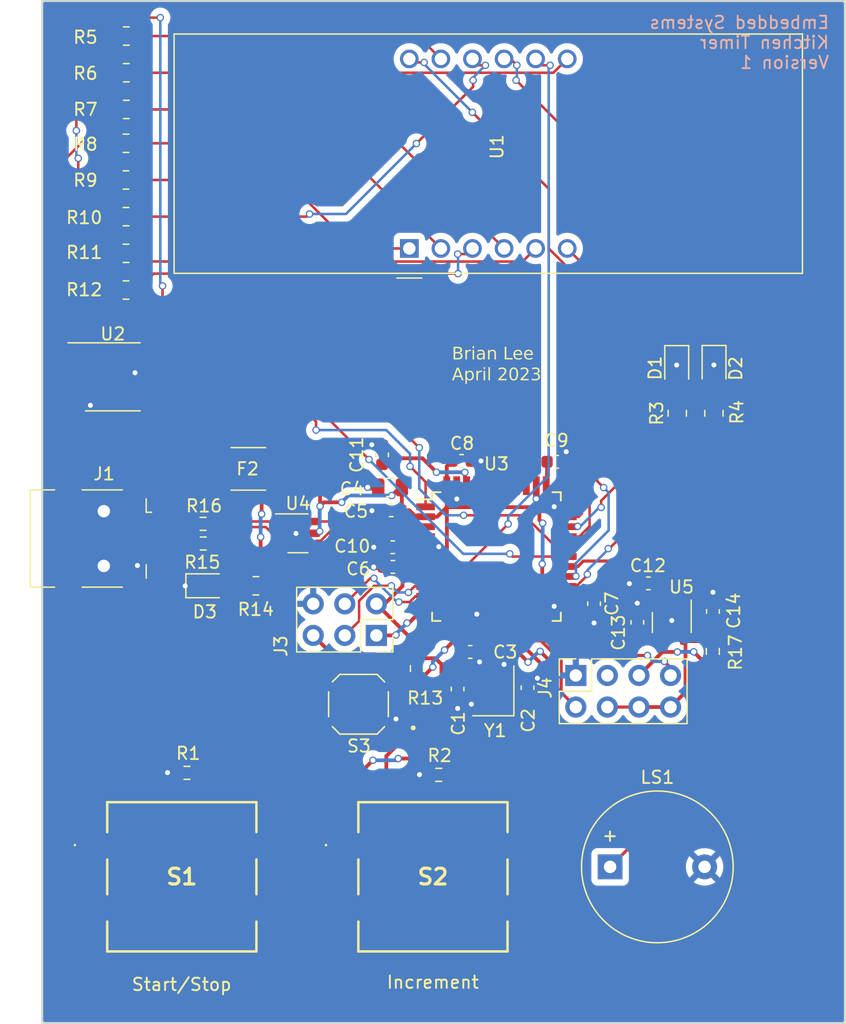
<source format=kicad_pcb>
(kicad_pcb (version 20221018) (generator pcbnew)
  (layers (0 "F.Cu" signal) (31 "B.Cu" signal) (34 "B.Paste" user) (35 "F.Paste" user) (36 "B.SilkS" user "B.Silkscreen") (37 "F.SilkS" user "F.Silkscreen") (38 "B.Mask" user) (39 "F.Mask" user) (44 "Edge.Cuts" user))
  (net 0 "")
  (net 1 "GND")
  (net 2 "Net-(D1-A)")
  (net 3 "Net-(D2-A)")
  (net 4 "Buzzer")
  (net 5 "Button_1")
  (net 6 "Button_2")
  (net 7 "RED_LED")
  (net 8 "GREEN_LED")
  (net 9 "a")
  (net 10 "Net-(U1-a)")
  (net 11 "b")
  (net 12 "Net-(U1-b)")
  (net 13 "c")
  (net 14 "Net-(U1-c)")
  (net 15 "d")
  (net 16 "Net-(U1-d)")
  (net 17 "e")
  (net 18 "Net-(U1-e)")
  (net 19 "f")
  (net 20 "Net-(U1-f)")
  (net 21 "g")
  (net 22 "Net-(U1-g)")
  (net 23 "dp")
  (net 24 "Net-(U1-DPX)")
  (net 27 "+5V")
  (net 30 "Dig4")
  (net 31 "Dig3")
  (net 32 "Dig2")
  (net 33 "Dig1")
  (net 35 "SH_CP")
  (net 36 "ST_CP")
  (net 37 "DS")
  (net 38 "XTAL2")
  (net 39 "XTAL1")
  (net 40 "RST")
  (net 41 "Net-(U5-BP)")
  (net 42 "+3.3V")
  (net 43 "Net-(J1-D-)")
  (net 45 "Net-(J1-D+)")
  (net 46 "MISO")
  (net 47 "SCK")
  (net 48 "MOSI")
  (net 49 "TX")
  (net 51 "Net-(J4-Pin_5)")
  (net 52 "RX")
  (net 54 "USB_CONN_D+")
  (net 55 "USB_CONN_D-")
  (net 56 "USB_D-")
  (net 57 "USB_D+")
  (net 64 "/UCAP")
  (net 65 "/AREF")
  (net 66 "Net-(D3-A)")
  (net 67 "Net-(J1-VBUS)")
  (net 69 "unconnected-(J1-Shield-Pad6)")
  (footprint "LED_SMD:LED_0805_2012Metric" (layer "F.Cu") (at 125.5625 102.9)
    (fp_text reference "D3")
    (fp_text value "LED")
  )
  (footprint "Resistor_SMD:R_0603_1608Metric" (layer "F.Cu") (at 125.26 97.92 180)
    (fp_text reference "R16")
    (fp_text value "22")
  )
  (footprint "Connector_PinSocket_2.54mm:PinSocket_2x03_P2.54mm_Vertical" (layer "F.Cu") (at 139.2 106.89 -90)
    (fp_text reference "J3")
    (fp_text value "AVR-ISP-6")
  )
  (footprint "Resistor_SMD:R_0805_2012Metric" (layer "F.Cu") (at 119.06 79.12)
    (fp_text reference "R12")
    (fp_text value "100")
  )
  (footprint "Capacitor_SMD:C_0603_1608Metric" (layer "F.Cu") (at 160.19 105.835 90)
    (fp_text reference "C13")
    (fp_text value "10nF")
  )
  (footprint "Package_TO_SOT_SMD:SOT-23-5" (layer "F.Cu") (at 162.96 105.85 -90)
    (fp_text reference "U5")
    (fp_text value "LP2985-3.3")
  )
  (footprint "Resistor_SMD:R_0805_2012Metric" (layer "F.Cu") (at 166.35 89.03 90)
    (fp_text reference "R4")
    (fp_text value "330")
  )
  (footprint "LED_SMD:LED_0805_2012Metric" (layer "F.Cu") (at 166.36 85.265 -90)
    (fp_text reference "D2")
    (fp_text value "LED")
  )
  (footprint "Capacitor_SMD:C_0603_1608Metric" (layer "F.Cu") (at 156.71 104.335 -90)
    (fp_text reference "C7")
    (fp_text value "0.1uF")
  )
  (footprint "Connector_PinSocket_2.54mm:PinSocket_2x04_P2.54mm_Vertical" (layer "F.Cu") (at 155.24 110.11 90)
    (fp_text reference "J4")
    (fp_text value "ESP_Conn")
  )
  (footprint "LED_SMD:LED_0805_2012Metric" (layer "F.Cu") (at 163.36 85.275 -90)
    (fp_text reference "D1")
    (fp_text value "LED")
  )
  (footprint "Resistor_SMD:R_0603_1608Metric" (layer "F.Cu") (at 142.46 109.55 -90)
    (fp_text reference "R13")
    (fp_text value "10k")
  )
  (footprint "Resistor_SMD:R_0805_2012Metric" (layer "F.Cu") (at 119.0875 58.7)
    (fp_text reference "R5")
    (fp_text value "100")
  )
  (footprint "Resistor_SMD:R_0805_2012Metric" (layer "F.Cu") (at 119.06 70.27)
    (fp_text reference "R9")
    (fp_text value "100")
  )
  (footprint "Resistor_SMD:R_0805_2012Metric" (layer "F.Cu") (at 119.06 73.22)
    (fp_text reference "R10")
    (fp_text value "100")
  )
  (footprint "Package_SO:TSSOP-16_4.4x5mm_P0.65mm" (layer "F.Cu") (at 118 86.1)
    (fp_text reference "U2")
    (fp_text value "74HC595")
  )
  (footprint "Package_QFP:TQFP-44_10x10mm_P0.8mm" (layer "F.Cu") (at 148.86 100.55)
    (fp_text reference "U3")
    (fp_text value "ATmega32U4-A")
  )
  (footprint "Capacitor_SMD:C_0603_1608Metric" (layer "F.Cu") (at 151.36 111.095 90)
    (fp_text reference "C2")
    (fp_text value "22pF")
  )
  (footprint "Resistor_SMD:R_0603_1608Metric" (layer "F.Cu") (at 166.26 108.175 -90)
    (fp_text reference "R17")
    (fp_text value "10k")
  )
  (footprint "Capacitor_SMD:C_0603_1608Metric" (layer "F.Cu") (at 139.66 92.37 90)
    (fp_text reference "C11")
    (fp_text value "0.2uF")
  )
  (footprint "Capacitor_SMD:C_0805_2012Metric" (layer "F.Cu") (at 140.3 94.99 180)
    (fp_text reference "C4")
    (fp_text value "10uF")
  )
  (footprint "Resistor_SMD:R_0805_2012Metric" (layer "F.Cu") (at 119.06 76.17)
    (fp_text reference "R11")
    (fp_text value "100")
  )
  (footprint "Capacitor_SMD:C_0603_1608Metric" (layer "F.Cu") (at 153.705 92.93)
    (fp_text reference "C9")
    (fp_text value "0.1uF")
  )
  (footprint "Resistor_SMD:R_0603_1608Metric" (layer "F.Cu") (at 123.965 117.94 180)
    (fp_text reference "R1")
    (fp_text value "10k")
  )
  (footprint "Capacitor_SMD:C_0603_1608Metric" (layer "F.Cu") (at 145.73 111.2 -90)
    (fp_text reference "C1")
    (fp_text value "22pF")
  )
  (footprint "PTS125_SMD_Button:PTS125_SMD_Button" (layer "F.Cu") (at 123.55 126.3)
    (fp_text reference "S1")
    (fp_text value "PTS125SM43SMTR21M_LFS" hide)
  )
  (footprint "PTS526_SMD_Button:PTS526_SMD_Button" (layer "F.Cu") (at 137.76 112.425 180)
    (fp_text reference "S3")
    (fp_text value "PTS526_SM08_SMTR2_LFS")
  )
  (footprint "Fuse:Fuse_1812_4532Metric" (layer "F.Cu") (at 128.9 93.5)
    (fp_text reference "F2")
    (fp_text value "PTCSMD")
  )
  (footprint "Resistor_SMD:R_0805_2012Metric" (layer "F.Cu") (at 119.0875 61.65)
    (fp_text reference "R6")
    (fp_text value "100")
  )
  (footprint "Capacitor_SMD:C_0603_1608Metric" (layer "F.Cu") (at 161.08 102.71 180)
    (fp_text reference "C12")
    (fp_text value "1uF")
  )
  (footprint "Resistor_SMD:R_0603_1608Metric" (layer "F.Cu") (at 125.275 99.5)
    (fp_text reference "R15")
    (fp_text value "22")
  )
  (footprint "Capacitor_SMD:C_0603_1608Metric" (layer "F.Cu") (at 146.06 92.86)
    (fp_text reference "C8")
    (fp_text value "0.1uF")
  )
  (footprint "Capacitor_SMD:C_0603_1608Metric" (layer "F.Cu") (at 140.53 101.38 180)
    (fp_text reference "C6")
    (fp_text value "0.1uF")
  )
  (footprint "Capacitor_SMD:C_0603_1608Metric" (layer "F.Cu") (at 166.27 104.965 90)
    (fp_text reference "C14")
    (fp_text value "2.2uF")
  )
  (footprint "Resistor_SMD:R_0805_2012Metric" (layer "F.Cu") (at 119.06 67.32)
    (fp_text reference "R8")
    (fp_text value "100")
  )
  (footprint "Capacitor_SMD:C_0603_1608Metric" (layer "F.Cu") (at 140.52 99.8 180)
    (fp_text reference "C10")
    (fp_text value "1uF")
  )
  (footprint "Resistor_SMD:R_0805_2012Metric" (layer "F.Cu") (at 129.5125 102.9 180)
    (fp_text reference "R14")
    (fp_text value "330")
  )
  (footprint "Resistor_SMD:R_0805_2012Metric" (layer "F.Cu") (at 119.0875 64.6)
    (fp_text reference "R7")
    (fp_text value "100")
  )
  (footprint "Capacitor_SMD:C_0603_1608Metric" (layer "F.Cu") (at 146.745 108.22)
    (fp_text reference "C3")
    (fp_text value "0.1uF")
  )
  (footprint "Crystal:Crystal_SMD_Abracon_ABM8G-4Pin_3.2x2.5mm" (layer "F.Cu") (at 148.61 111.35 90)
    (fp_text reference "Y1")
    (fp_text value "16MHz")
  )
  (footprint "Package_TO_SOT_SMD:SOT-23-6" (layer "F.Cu") (at 132.8925 98.68)
    (fp_text reference "U4")
    (fp_text value "USBLC6-2SC6")
  )
  (footprint "Connector_USB:USB_Mini-B_Lumberg_2486_01_Horizontal" (layer "F.Cu") (at 117.275 99.1 -90)
    (fp_text reference "J1")
    (fp_text value "USB_B_Mini")
  )
  (footprint "Display_7Segment:CA56-12EWA" (layer "F.Cu") (at 141.85 75.7775 90)
    (fp_text reference "U1")
    (fp_text value "CA56-12EWA")
  )
  (footprint "Resistor_SMD:R_0805_2012Metric" (layer "F.Cu") (at 163.4 89.03 90)
    (fp_text reference "R3")
    (fp_text value "330")
  )
  (footprint "Resistor_SMD:R_0603_1608Metric" (layer "F.Cu") (at 144.215 118.1 180)
    (fp_text reference "R2")
    (fp_text value "10k")
  )
  (footprint "PTS125_SMD_Button:PTS125_SMD_Button" (layer "F.Cu") (at 143.75 126.3)
    (fp_text reference "S2")
    (fp_text value "PTS125SM43SMTR21M_LFS" hide)
  )
  (footprint "Buzzer_Beeper:Buzzer_12x9.5RM7.6" (layer "F.Cu") (at 158 125.5)
    (fp_text reference "LS1")
    (fp_text value "Speaker")
  )
  (footprint "Capacitor_SMD:C_0603_1608Metric" (layer "F.Cu") (at 140.39 96.83 180)
    (fp_text reference "C5")
    (fp_text value "0.1uF")
  )
  (gr_rect (start 112.32 55.88) (end 176.88 138.06) (stroke (width 0.15)) (fill none) (layer "Edge.Cuts"))
  (gr_text "Embedded Systems\nKitchen Timer\nVersion 1" (at 175.7 61.41) (layer "B.SilkS") (effects (font (size 1 1)) (justify left bottom mirror)))
  (gr_text "Increment" (at 139.95 135.36) (layer "F.SilkS") (effects (font (size 1 1)) (justify left bottom)))
  (gr_text "Brian Lee\nApril 2023" (at 145.27 86.55) (layer "F.SilkS") (effects (font (size 1 1)) (justify left bottom)))
  (gr_text "Start/Stop" (at 119.44 135.54) (layer "F.SilkS") (effects (font (size 1 1)) (justify left bottom)))
  (segment (start 138.865 91.595) (end 138.83 91.56) (width 0.508) (layer "F.Cu") (net 1))
  (segment (start 145.74 112.76) (end 145.74 111.985) (width 0.508) (layer "F.Cu") (net 1))
  (segment (start 119.975 101.265) (end 119.98 101.27) (width 0.508) (layer "F.Cu") (net 1))
  (segment (start 119.986526 85.77) (end 119.995526 85.779) (width 0.508) (layer "F.Cu") (net 1))
  (segment (start 154.48 92.13) (end 154.47 92.12) (width 0.508) (layer "F.Cu") (net 1))
  (segment (start 116.2 88.39) (end 116.189 88.379) (width 0.508) (layer "F.Cu") (net 1))
  (segment (start 159.57 102.71) (end 159.55 102.73) (width 0.508) (layer "F.Cu") (net 1))
  (segment (start 160.19 104.31) (end 160.18 104.3) (width 0.508) (layer "F.Cu") (net 1))
  (segment (start 132.725 98.68) (end 132.735 98.69) (width 0.508) (layer "F.Cu") (net 1))
  (segment (start 116.189 88.379) (end 115.1375 88.379) (width 0.508) (layer "F.Cu") (net 1))
  (segment (start 152.06 94.85) (end 152.06 95.91) (width 0.508) (layer "F.Cu") (net 1))
  (segment (start 142.685 118.1) (end 142.67 118.085) (width 0.508) (layer "F.Cu") (net 1))
  (segment (start 147.26 105.2) (end 147.28 105.18) (width 0.508) (layer "F.Cu") (net 1))
  (segment (start 131.755 98.68) (end 132.725 98.68) (width 0.508) (layer "F.Cu") (net 1))
  (segment (start 119.79 85.77) (end 119.986526 85.77) (width 0.508) (layer "F.Cu") (net 1))
  (segment (start 166.36 85.1325) (end 166.35 85.1425) (width 0.508) (layer "F.Cu") (net 1))
  (segment (start 152.14 110.32) (end 152.15 110.33) (width 0.508) (layer "F.Cu") (net 1))
  (segment (start 160.19 105.06) (end 160.19 104.31) (width 0.508) (layer "F.Cu") (net 1))
  (segment (start 146.87 112.45) (end 147.76 112.45) (width 0.508) (layer "F.Cu") (net 1))
  (segment (start 146.84 112.42) (end 146.87 112.45) (width 0.508) (layer "F.Cu") (net 1))
  (segment (start 140.76 113.63) (end 140.78 113.61) (width 0.508) (layer "F.Cu") (net 1))
  (segment (start 154.48 92.93) (end 154.48 92.13) (width 0.508) (layer "F.Cu") (net 1))
  (segment (start 147.52 108.22) (end 147.52 109) (width 0.508) (layer "F.Cu") (net 1))
  (segment (start 139.615 96.83) (end 138.87 96.83) (width 0.508) (layer "F.Cu") (net 1))
  (segment (start 154.56 104.55) (end 153.5 104.55) (width 0.508) (layer "F.Cu") (net 1))
  (segment (start 145.66 95.91) (end 145.66 94.85) (width 0.508) (layer "F.Cu") (net 1))
  (segment (start 138.51 94.99) (end 138.5 94.98) (width 0.508) (layer "F.Cu") (net 1))
  (segment (start 166.36 84.3275) (end 166.36 85.1325) (width 0.508) (layer "F.Cu") (net 1))
  (segment (start 124.625 102.9) (end 123.83 102.9) (width 0.508) (layer "F.Cu") (net 1))
  (segment (start 149.46 110.25) (end 149.46 109.23) (width 0.508) (layer "F.Cu") (net 1))
  (segment (start 166.27 104.19) (end 166.27 103.42) (width 0.508) (layer "F.Cu") (net 1))
  (segment (start 151.36 110.32) (end 152.14 110.32) (width 0.508) (layer "F.Cu") (net 1))
  (segment (start 139.745 99.8) (end 138.99 99.8) (width 0.508) (layer "F.Cu") (net 1))
  (segment (start 145.74 111.985) (end 145.73 111.975) (width 0.508) (layer "F.Cu") (net 1))
  (segment (start 139.35 94.99) (end 138.51 94.99) (width 0.508) (layer "F.Cu") (net 1))
  (segment (start 123.83 102.9) (end 123.82 102.91) (width 0.508) (layer "F.Cu") (net 1))
  (segment (start 154.56 96.55) (end 153.51 96.55) (width 0.508) (layer "F.Cu") (net 1))
  (segment (start 119.975 100.7) (end 119.975 101.265) (width 0.508) (layer "F.Cu") (net 1))
  (segment (start 163.36 84.3375) (end 163.36 85.1425) (width 0.508) (layer "F.Cu") (net 1))
  (segment (start 138.87 96.83) (end 138.84 96.86) (width 0.508) (layer "F.Cu") (net 1))
  (segment (start 140.76 114.275) (end 140.76 113.63) (width 0.508) (layer "F.Cu") (net 1))
  (segment (start 143.16 99.75) (end 144.21 99.75) (width 0.508) (layer "F.Cu") (net 1))
  (segment (start 139.755 101.38) (end 138.99 101.38) (width 0.508) (layer "F.Cu") (net 1))
  (segment (start 123.14 117.94) (end 122.42 117.94) (width 0.508) (layer "F.Cu") (net 1))
  (segment (start 144.21 99.75) (end 144.22 99.76) (width 0.508) (layer "F.Cu") (net 1))
  (segment (start 146.835 92.86) (end 147.61 92.86) (width 0.508) (layer "F.Cu") (net 1))
  (segment (start 143.39 118.1) (end 142.685 118.1) (width 0.508) (layer "F.Cu") (net 1))
  (segment (start 145.67 95.92) (end 145.66 95.91) (width 0.508) (layer "F.Cu") (net 1))
  (segment (start 122.42 117.94) (end 122.4 117.92) (width 0.508) (layer "F.Cu") (net 1))
  (segment (start 147.26 106.25) (end 147.26 105.2) (width 0.508) (layer "F.Cu") (net 1))
  (segment (start 138.99 101.38) (end 138.98 101.39) (width 0.508) (layer "F.Cu") (net 1))
  (segment (start 162.96 104.7125) (end 162.96 105.69) (width 0.508) (layer "F.Cu") (net 1))
  (segment (start 156.71 105.11) (end 156.71 105.89) (width 0.508) (layer "F.Cu") (net 1))
  (segment (start 160.305 102.71) (end 159.57 102.71) (width 0.508) (layer "F.Cu") (net 1))
  (segment (start 153.51 96.55) (end 153.5 96.54) (width 0.508) (layer "F.Cu") (net 1))
  (segment (start 139.66 91.595) (end 138.865 91.595) (width 0.508) (layer "F.Cu") (net 1))
  (segment (start 163.36 85.1425) (end 163.35 85.1525) (width 0.508) (layer "F.Cu") (net 1))
  (segment (start 149.46 109.23) (end 149.47 109.22) (width 0.508) (layer "F.Cu") (net 1))
  (segment (start 147.52 109) (end 147.5 109.02) (width 0.508) (layer "F.Cu") (net 1))
  (via (at 153.5 104.55) (size 0.6) (drill 0.4) (layers "F.Cu" "B.Cu") (net 1))
  (via (at 149.47 109.22) (size 0.6) (drill 0.4) (layers "F.Cu" "B.Cu") (net 1))
  (via (at 153.5 96.54) (size 0.6) (drill 0.4) (layers "F.Cu" "B.Cu") (net 1))
  (via (at 160.18 104.3) (size 0.6) (drill 0.4) (layers "F.Cu" "B.Cu") (net 1))
  (via (at 166.35 85.1425) (size 0.6) (drill 0.4) (layers "F.Cu" "B.Cu") (net 1))
  (via (at 138.99 99.8) (size 0.6) (drill 0.4) (layers "F.Cu" "B.Cu") (net 1))
  (via (at 138.5 94.98) (size 0.6) (drill 0.4) (layers "F.Cu" "B.Cu") (net 1))
  (via (at 162.96 105.69) (size 0.6) (drill 0.4) (layers "F.Cu" "B.Cu") (net 1))
  (via (at 154.47 92.12) (size 0.6) (drill 0.4) (layers "F.Cu" "B.Cu") (net 1))
  (via (at 142.67 118.085) (size 0.6) (drill 0.4) (layers "F.Cu" "B.Cu") (net 1))
  (via (at 145.74 112.76) (size 0.6) (drill 0.4) (layers "F.Cu" "B.Cu") (net 1))
  (via (at 159.55 102.73) (size 0.6) (drill 0.4) (layers "F.Cu" "B.Cu") (net 1))
  (via (at 138.83 91.56) (size 0.6) (drill 0.4) (layers "F.Cu" "B.Cu") (net 1))
  (via (at 147.61 92.86) (size 0.6) (drill 0.4) (layers "F.Cu" "B.Cu") (net 1))
  (via (at 145.67 95.92) (size 0.6) (drill 0.4) (layers "F.Cu" "B.Cu") (net 1))
  (via (at 152.06 95.91) (size 0.6) (drill 0.4) (layers "F.Cu" "B.Cu") (net 1))
  (via (at 146.84 112.42) (size 0.6) (drill 0.4) (layers "F.Cu" "B.Cu") (net 1))
  (via (at 163.35 85.1525) (size 0.6) (drill 0.4) (layers "F.Cu" "B.Cu") (net 1))
  (via (at 132.735 98.69) (size 0.6) (drill 0.4) (layers "F.Cu" "B.Cu") (net 1))
  (via (at 119.79 85.77) (size 0.6) (drill 0.4) (layers "F.Cu" "B.Cu") (net 1))
  (via (at 119.98 101.27) (size 0.6) (drill 0.4) (layers "F.Cu" "B.Cu") (net 1))
  (via (at 156.71 105.89) (size 0.6) (drill 0.4) (layers "F.Cu" "B.Cu") (net 1))
  (via (at 138.84 96.86) (size 0.6) (drill 0.4) (layers "F.Cu" "B.Cu") (net 1))
  (via (at 122.4 117.92) (size 0.6) (drill 0.4) (layers "F.Cu" "B.Cu") (net 1))
  (via (at 138.98 101.39) (size 0.6) (drill 0.4) (layers "F.Cu" "B.Cu") (net 1))
  (via (at 140.78 113.61) (size 0.6) (drill 0.4) (layers "F.Cu" "B.Cu") (net 1))
  (via (at 116.2 88.39) (size 0.6) (drill 0.4) (layers "F.Cu" "B.Cu") (net 1))
  (via (at 147.28 105.18) (size 0.6) (drill 0.4) (layers "F.Cu" "B.Cu") (net 1))
  (via (at 152.15 110.33) (size 0.6) (drill 0.4) (layers "F.Cu" "B.Cu") (net 1))
  (via (at 123.82 102.91) (size 0.6) (drill 0.4) (layers "F.Cu" "B.Cu") (net 1))
  (via (at 147.5 109.02) (size 0.6) (drill 0.4) (layers "F.Cu" "B.Cu") (net 1))
  (via (at 166.27 103.42) (size 0.6) (drill 0.4) (layers "F.Cu" "B.Cu") (net 1))
  (via (at 144.22 99.76) (size 0.6) (drill 0.4) (layers "F.Cu" "B.Cu") (net 1))
  (segment (start 163.36 88.0775) (end 163.4 88.1175) (width 0.3048) (layer "F.Cu") (net 2))
  (segment (start 163.36 86.2125) (end 163.36 88.0775) (width 0.3048) (layer "F.Cu") (net 2))
  (segment (start 166.35 86.2125) (end 166.36 86.2025) (width 0.3048) (layer "F.Cu") (net 3))
  (segment (start 166.35 88.1175) (end 166.35 86.2125) (width 0.3048) (layer "F.Cu") (net 3))
  (segment (start 170.64 101.68) (end 169.87 100.91) (width 0.25) (layer "F.Cu") (net 4))
  (segment (start 155.405 101.35) (end 154.56 101.35) (width 0.25) (layer "F.Cu") (net 4))
  (segment (start 169.87 100.91) (end 155.845 100.91) (width 0.25) (layer "F.Cu") (net 4))
  (segment (start 155.845 100.91) (end 155.405 101.35) (width 0.25) (layer "F.Cu") (net 4))
  (segment (start 170.64 112.86) (end 170.64 101.68) (width 0.25) (layer "F.Cu") (net 4))
  (segment (start 158 125.5) (end 170.64 112.86) (width 0.25) (layer "F.Cu") (net 4))
  (segment (start 140.96 116.79) (end 148.43 116.79) (width 0.3048) (layer "F.Cu") (net 5))
  (segment (start 132.05 123.8) (end 138.92 116.93) (width 0.3048) (layer "F.Cu") (net 5))
  (segment (start 130.65 123.8) (end 124.79 117.94) (width 0.3048) (layer "F.Cu") (net 5))
  (segment (start 152.91 109.6298) (end 150.46 107.1798) (width 0.3048) (layer "F.Cu") (net 5))
  (segment (start 148.43 116.79) (end 152.91 112.31) (width 0.3048) (layer "F.Cu") (net 5))
  (segment (start 150.46 107.1798) (end 150.46 106.25) (width 0.3048) (layer "F.Cu") (net 5))
  (segment (start 130.7 123.8) (end 130.65 123.8) (width 0.3048) (layer "F.Cu") (net 5))
  (segment (start 130.7 123.8) (end 132.05 123.8) (width 0.3048) (layer "F.Cu") (net 5))
  (segment (start 152.91 112.31) (end 152.91 109.6298) (width 0.3048) (layer "F.Cu") (net 5))
  (via (at 140.96 116.79) (size 0.6) (drill 0.4) (layers "F.Cu" "B.Cu") (net 5))
  (via (at 138.92 116.93) (size 0.6) (drill 0.4) (layers "F.Cu" "B.Cu") (net 5))
  (segment (start 140.91 116.93) (end 141.05 116.79) (width 0.3048) (layer "B.Cu") (net 5))
  (segment (start 138.92 116.93) (end 140.91 116.93) (width 0.3048) (layer "B.Cu") (net 5))
  (segment (start 141.05 116.79) (end 140.96 116.79) (width 0.3048) (layer "B.Cu") (net 5))
  (segment (start 149.66 107.301726) (end 149.66 106.25) (width 0.3048) (layer "F.Cu") (net 6))
  (segment (start 150.74 123.8) (end 145.04 118.1) (width 0.3048) (layer "F.Cu") (net 6))
  (segment (start 153.42 109.217872) (end 152.376064 108.173936) (width 0.3048) (layer "F.Cu") (net 6))
  (segment (start 145.04 118.1) (end 147.833896 118.1) (width 0.3048) (layer "F.Cu") (net 6))
  (segment (start 150.9 123.8) (end 150.74 123.8) (width 0.3048) (layer "F.Cu") (net 6))
  (segment (start 151.399137 109.040863) (end 149.66 107.301726) (width 0.3048) (layer "F.Cu") (net 6))
  (segment (start 147.833896 118.1) (end 153.42 112.513896) (width 0.3048) (layer "F.Cu") (net 6))
  (segment (start 153.42 112.513896) (end 153.42 109.217872) (width 0.3048) (layer "F.Cu") (net 6))
  (via (at 151.399137 109.040863) (size 0.6) (drill 0.4) (layers "F.Cu" "B.Cu") (net 6))
  (via (at 152.376064 108.173936) (size 0.6) (drill 0.4) (layers "F.Cu" "B.Cu") (net 6))
  (segment (start 152.376064 108.173936) (end 152.266064 108.173936) (width 0.3048) (layer "B.Cu") (net 6))
  (segment (start 152.266064 108.173936) (end 151.399137 109.040863) (width 0.3048) (layer "B.Cu") (net 6))
  (segment (start 157.28 96.0625) (end 163.4 89.9425) (width 0.2032) (layer "F.Cu") (net 7))
  (segment (start 154.56 98.15) (end 155.35947 98.15) (width 0.2032) (layer "F.Cu") (net 7))
  (segment (start 157.28 96.6) (end 157.28 96.0625) (width 0.2032) (layer "F.Cu") (net 7))
  (segment (start 155.35947 98.15) (end 155.391694 98.117776) (width 0.2032) (layer "F.Cu") (net 7))
  (via (at 157.28 96.6) (size 0.6) (drill 0.4) (layers "F.Cu" "B.Cu") (net 7))
  (via (at 155.391694 98.117776) (size 0.6) (drill 0.4) (layers "F.Cu" "B.Cu") (net 7))
  (segment (start 157.13 96.6) (end 157.28 96.6) (width 0.2032) (layer "B.Cu") (net 7))
  (segment (start 155.391694 98.117776) (end 155.612224 98.117776) (width 0.2032) (layer "B.Cu") (net 7))
  (segment (start 155.612224 98.117776) (end 157.13 96.6) (width 0.2032) (layer "B.Cu") (net 7))
  (segment (start 157.930791 99.91) (end 166.35 91.490791) (width 0.2032) (layer "F.Cu") (net 8))
  (segment (start 157.85 99.91) (end 157.930791 99.91) (width 0.2032) (layer "F.Cu") (net 8))
  (segment (start 156.166823 102.058177) (end 156.166823 101.9745) (width 0.2032) (layer "F.Cu") (net 8))
  (segment (start 166.35 91.490791) (end 166.35 89.9425) (width 0.2032) (layer "F.Cu") (net 8))
  (segment (start 154.56 102.95) (end 155.275 102.95) (width 0.2032) (layer "F.Cu") (net 8))
  (segment (start 155.275 102.95) (end 156.166823 102.058177) (width 0.2032) (layer "F.Cu") (net 8))
  (via (at 157.85 99.91) (size 0.6) (drill 0.4) (layers "F.Cu" "B.Cu") (net 8))
  (via (at 156.166823 101.9745) (size 0.6) (drill 0.4) (layers "F.Cu" "B.Cu") (net 8))
  (segment (start 156.166823 101.653177) (end 157.85 99.97) (width 0.2032) (layer "B.Cu") (net 8))
  (segment (start 157.85 99.97) (end 157.85 99.91) (width 0.2032) (layer "B.Cu") (net 8))
  (segment (start 156.166823 101.9745) (end 156.166823 101.653177) (width 0.2032) (layer "B.Cu") (net 8))
  (segment (start 119.655 57.22) (end 121.82 57.22) (width 0.2032) (layer "F.Cu") (net 9))
  (segment (start 122 78.79) (end 122 84.18) (width 0.2032) (layer "F.Cu") (net 9))
  (segment (start 118.175 58.7) (end 119.655 57.22) (width 0.2032) (layer "F.Cu") (net 9))
  (segment (start 122 84.18) (end 121.705 84.475) (width 0.2032) (layer "F.Cu") (net 9))
  (segment (start 121.705 84.475) (end 120.8625 84.475) (width 0.2032) (layer "F.Cu") (net 9))
  (via (at 122 78.79) (size 0.6) (drill 0.4) (layers "F.Cu" "B.Cu") (net 9))
  (via (at 121.82 57.22) (size 0.6) (drill 0.4) (layers "F.Cu" "B.Cu") (net 9))
  (segment (start 121.82 78.61) (end 122 78.79) (width 0.2032) (layer "B.Cu") (net 9))
  (segment (start 121.82 57.22) (end 121.82 78.61) (width 0.2032) (layer "B.Cu") (net 9))
  (segment (start 120 58.7) (end 142.5525 58.7) (width 0.2032) (layer "F.Cu") (net 10))
  (segment (start 142.5525 58.7) (end 144.39 60.5375) (width 0.2032) (layer "F.Cu") (net 10))
  (segment (start 115.22 68.53) (end 115.22 83.7425) (width 0.2032) (layer "F.Cu") (net 11))
  (segment (start 115.067458 64.757542) (end 118.175 61.65) (width 0.2032) (layer "F.Cu") (net 11))
  (segment (start 115.067458 66.3) (end 115.067458 64.757542) (width 0.2032) (layer "F.Cu") (net 11))
  (segment (start 115.22 83.7425) (end 115.1375 83.825) (width 0.2032) (layer "F.Cu") (net 11))
  (via (at 115.067458 66.3) (size 0.6) (drill 0.4) (layers "F.Cu" "B.Cu") (net 11))
  (via (at 115.22 68.53) (size 0.6) (drill 0.4) (layers "F.Cu" "B.Cu") (net 11))
  (segment (start 115.067458 66.3) (end 115.067458 68.377458) (width 0.2032) (layer "B.Cu") (net 11))
  (segment (start 115.067458 68.377458) (end 115.22 68.53) (width 0.2032) (layer "B.Cu") (net 11))
  (segment (start 153.4375 61.65) (end 154.55 60.5375) (width 0.2032) (layer "F.Cu") (net 12))
  (segment (start 120 61.65) (end 153.4375 61.65) (width 0.2032) (layer "F.Cu") (net 12))
  (segment (start 118.175 64.6) (end 113.86 68.915) (width 0.2032) (layer "F.Cu") (net 13))
  (segment (start 113.86 68.915) (end 113.86 84.08) (width 0.2032) (layer "F.Cu") (net 13))
  (segment (start 113.86 84.08) (end 114.255 84.475) (width 0.2032) (layer "F.Cu") (net 13))
  (segment (start 114.255 84.475) (end 115.1375 84.475) (width 0.2032) (layer "F.Cu") (net 13))
  (segment (start 138.2925 64.6) (end 149.47 75.7775) (width 0.2032) (layer "F.Cu") (net 14))
  (segment (start 120 64.6) (end 138.2925 64.6) (width 0.2032) (layer "F.Cu") (net 14))
  (segment (start 116.5347 84.383248) (end 115.792948 85.125) (width 0.2032) (layer "F.Cu") (net 15))
  (segment (start 118.1475 67.32) (end 116.1238 69.3437) (width 0.2032) (layer "F.Cu") (net 15))
  (segment (start 116.5347 80.71041) (end 116.5347 84.383248) (width 0.2032) (layer "F.Cu") (net 15))
  (segment (start 115.792948 85.125) (end 115.1375 85.125) (width 0.2032) (layer "F.Cu") (net 15))
  (segment (start 116.1238 80.29951) (end 116.5347 80.71041) (width 0.2032) (layer "F.Cu") (net 15))
  (segment (start 116.1238 69.3437) (end 116.1238 80.29951) (width 0.2032) (layer "F.Cu") (net 15))
  (segment (start 119.9725 67.32) (end 135.9325 67.32) (width 0.2032) (layer "F.Cu") (net 16))
  (segment (start 135.9325 67.32) (end 144.39 75.7775) (width 0.2032) (layer "F.Cu") (net 16))
  (segment (start 118.1475 70.27) (end 116.527 71.8905) (width 0.2032) (layer "F.Cu") (net 17))
  (segment (start 116.527 80.1325) (end 116.9379 80.5434) (width 0.2032) (layer "F.Cu") (net 17))
  (segment (start 116.9379 80.5434) (end 116.9379 84.6321) (width 0.2032) (layer "F.Cu") (net 17))
  (segment (start 116.9379 84.6321) (end 115.795 85.775) (width 0.2032) (layer "F.Cu") (net 17))
  (segment (start 115.795 85.775) (end 115.1375 85.775) (width 0.2032) (layer "F.Cu") (net 17))
  (segment (start 116.527 71.8905) (end 116.527 80.1325) (width 0.2032) (layer "F.Cu") (net 17))
  (segment (start 137.4475 75.7775) (end 141.85 75.7775) (width 0.2032) (layer "F.Cu") (net 18))
  (segment (start 119.9725 70.27) (end 131.94 70.27) (width 0.2032) (layer "F.Cu") (net 18))
  (segment (start 131.94 70.27) (end 137.4475 75.7775) (width 0.2032) (layer "F.Cu") (net 18))
  (segment (start 116.9302 79.96549) (end 117.3411 80.37639) (width 0.2032) (layer "F.Cu") (net 19))
  (segment (start 116.9302 74.4373) (end 116.9302 79.96549) (width 0.2032) (layer "F.Cu") (net 19))
  (segment (start 117.3411 80.37639) (end 117.3411 84.95869) (width 0.2032) (layer "F.Cu") (net 19))
  (segment (start 117.3411 84.95869) (end 115.87479 86.425) (width 0.2032) (layer "F.Cu") (net 19))
  (segment (start 115.87479 86.425) (end 115.1375 86.425) (width 0.2032) (layer "F.Cu") (net 19))
  (segment (start 118.1475 73.22) (end 116.9302 74.4373) (width 0.2032) (layer "F.Cu") (net 19))
  (segment (start 147.4414 61.0489) (end 146.93 60.5375) (width 0.2032) (layer "F.Cu") (net 20))
  (segment (start 119.9725 73.22) (end 133.61 73.22) (width 0.2032) (layer "F.Cu") (net 20))
  (segment (start 146.98 62.78) (end 146.98 62.2511) (width 0.2032) (layer "F.Cu") (net 20))
  (segment (start 147.97 61.0489) (end 147.4414 61.0489) (width 0.2032) (layer "F.Cu") (net 20))
  (segment (start 133.61 73.22) (end 133.824958 73.005042) (width 0.2032) (layer "F.Cu") (net 20))
  (segment (start 146.93 62.83) (end 146.98 62.78) (width 0.2032) (layer "F.Cu") (net 20))
  (segment (start 142.42 67.34) (end 146.93 62.83) (width 0.2032) (layer "F.Cu") (net 20))
  (via (at 142.42 67.34) (size 0.6) (drill 0.4) (layers "F.Cu" "B.Cu") (net 20))
  (via (at 147.97 61.0489) (size 0.6) (drill 0.4) (layers "F.Cu" "B.Cu") (net 20))
  (via (at 133.824958 73.005042) (size 0.6) (drill 0.4) (layers "F.Cu" "B.Cu") (net 20))
  (via (at 146.98 62.2511) (size 0.6) (drill 0.4) (layers "F.Cu" "B.Cu") (net 20))
  (segment (start 146.98 62.0389) (end 147.97 61.0489) (width 0.2032) (layer "B.Cu") (net 20))
  (segment (start 133.824958 73.005042) (end 136.754958 73.005042) (width 0.2032) (layer "B.Cu") (net 20))
  (segment (start 146.98 62.2511) (end 146.98 62.0389) (width 0.2032) (layer "B.Cu") (net 20))
  (segment (start 136.754958 73.005042) (end 142.42 67.34) (width 0.2032) (layer "B.Cu") (net 20))
  (segment (start 117.7443 85.1257) (end 115.795 87.075) (width 0.2032) (layer "F.Cu") (net 21))
  (segment (start 115.795 87.075) (end 115.1375 87.075) (width 0.2032) (layer "F.Cu") (net 21))
  (segment (start 117.3334 76.9841) (end 117.3334 79.79848) (width 0.2032) (layer "F.Cu") (net 21))
  (segment (start 117.7443 80.20938) (end 117.7443 85.1257) (width 0.2032) (layer "F.Cu") (net 21))
  (segment (start 117.3334 79.79848) (end 117.7443 80.20938) (width 0.2032) (layer "F.Cu") (net 21))
  (segment (start 118.1475 76.17) (end 117.3334 76.9841) (width 0.2032) (layer "F.Cu") (net 21))
  (segment (start 150.9584 76.8291) (end 152.01 75.7775) (width 0.2032) (layer "F.Cu") (net 22))
  (segment (start 122.1391 76.8291) (end 150.9584 76.8291) (width 0.2032) (layer "F.Cu") (net 22))
  (segment (start 122.13 76.82) (end 122.1391 76.8291) (width 0.2032) (layer "F.Cu") (net 22))
  (segment (start 119.9725 76.17) (end 120.6225 76.82) (width 0.2032) (layer "F.Cu") (net 22))
  (segment (start 120.6225 76.82) (end 122.13 76.82) (width 0.2032) (layer "F.Cu") (net 22))
  (segment (start 118.1475 85.591709) (end 116.014209 87.725) (width 0.2032) (layer "F.Cu") (net 23))
  (segment (start 118.1475 79.12) (end 118.1475 85.591709) (width 0.2032) (layer "F.Cu") (net 23))
  (segment (start 116.014209 87.725) (end 115.1375 87.725) (width 0.2032) (layer "F.Cu") (net 23))
  (segment (start 119.9725 79.12) (end 121.2925 77.8) (width 0.2032) (layer "F.Cu") (net 24))
  (segment (start 121.2925 77.8) (end 145.77 77.8) (width 0.2032) (layer "F.Cu") (net 24))
  (segment (start 146.4795 76.228) (end 146.93 75.7775) (width 0.2032) (layer "F.Cu") (net 24))
  (segment (start 145.74 76.228) (end 146.4795 76.228) (width 0.2032) (layer "F.Cu") (net 24))
  (via (at 145.77 77.8) (size 0.6) (drill 0.4) (layers "F.Cu" "B.Cu") (net 24))
  (via (at 145.74 76.228) (size 0.6) (drill 0.4) (layers "F.Cu" "B.Cu") (net 24))
  (segment (start 145.77 76.258) (end 145.74 76.228) (width 0.2032) (layer "B.Cu") (net 24))
  (segment (start 145.77 77.8) (end 145.77 76.258) (width 0.2032) (layer "B.Cu") (net 24))
  (segment (start 140 125.4) (end 136.6 128.8) (width 0.3048) (layer "F.Cu") (net 27))
  (segment (start 120.13521 87.725) (end 119.1376 86.72739) (width 0.3048) (layer "F.Cu") (net 27))
  (segment (start 161.855 103.59) (end 163.171751 103.59) (width 0.3048) (layer "F.Cu") (net 27))
  (segment (start 145.97 108.22) (end 144.982633 109.207367) (width 0.3048) (layer "F.Cu") (net 27))
  (segment (start 144.8724 100.5674) (end 144.0898 101.35) (width 0.3048) (layer "F.Cu") (net 27))
  (segment (start 144.0898 101.35) (end 143.16 101.35) (width 0.3048) (layer "F.Cu") (net 27))
  (segment (start 125.31239 91.4476) (end 121.58979 87.725) (width 0.3048) (layer "F.Cu") (net 27))
  (segment (start 141.25 94.99) (end 141.25 96.745) (width 0.3048) (layer "F.Cu") (net 27))
  (segment (start 121.58979 87.725) (end 120.8625 87.725) (width 0.3048) (layer "F.Cu") (net 27))
  (segment (start 161.855 102.71) (end 161.855 103.59) (width 0.3048) (layer "F.Cu") (net 27))
  (segment (start 152.54 101.1511) (end 152.54 102.6598) (width 0.3048) (layer "F.Cu") (net 27))
  (segment (start 152.93 94.78) (end 152.86 94.85) (width 0.3048) (layer "F.Cu") (net 27))
  (segment (start 161.855 103.59) (end 161.855 104.5575) (width 0.3048) (layer "F.Cu") (net 27))
  (segment (start 152.93 92.93) (end 152.93 94.78) (width 0.3048) (layer "F.Cu") (net 27))
  (segment (start 144.86 96.5798) (end 144.0898 97.35) (width 0.3048) (layer "F.Cu") (net 27))
  (segment (start 152.86 96.032633) (end 152.86 94.85) (width 0.3048) (layer "F.Cu") (net 27))
  (segment (start 142.46 107.61) (end 139.2 104.35) (width 0.3048) (layer "F.Cu") (net 27))
  (segment (start 120.085 83.825) (end 120.8625 83.825) (width 0.3048) (layer "F.Cu") (net 27))
  (segment (start 144.8724 96.5922) (end 144.8724 100.5674) (width 0.3048) (layer "F.Cu") (net 27))
  (segment (start 144.86 93.285) (end 144.86 94.85) (width 0.3048) (layer "F.Cu") (net 27))
  (segment (start 142.36979 97.35) (end 143.16 97.35) (width 0.3048) (layer "F.Cu") (net 27))
  (segment (start 141.25 96.745) (end 141.165 96.83) (width 0.3048) (layer "F.Cu") (net 27))
  (segment (start 140 116.5898) (end 140 125.4) (width 0.3048) (layer "F.Cu") (net 27))
  (segment (start 141.84979 96.83) (end 142.36979 97.35) (width 0.3048) (layer "F.Cu") (net 27))
  (segment (start 163.91 104.7125) (end 163.91 104.328249) (width 0.25) (layer "F.Cu") (net 27))
  (segment (start 134.67 96.5) (end 134.67 93.55) (width 0.3048) (layer "F.Cu") (net 27))
  (segment (start 129.97 94.5675) (end 131.0375 93.5) (width 0.3048) (layer "F.Cu") (net 27))
  (segment (start 130.425 102.9) (end 129.89 102.365) (width 0.3048) (layer "F.Cu") (net 27))
  (segment (start 141.25 94.99) (end 141.09 94.99) (width 0.3048) (layer "F.Cu") (net 27))
  (segment (start 161.855 104.5575) (end 162.01 104.7125) (width 0.3048) (layer "F.Cu") (net 27))
  (segment (start 144.86 94.85) (end 144.86 96.5798) (width 0.3048) (layer "F.Cu") (net 27))
  (segment (start 135.62 132.44) (end 136.6 131.46) (width 0.25) (layer "F.Cu") (net 27))
  (segment (start 131.0375 93.5) (end 134.62 93.5) (width 0.3048) (layer "F.Cu") (net 27))
  (segment (start 145.285 92.86) (end 144.86 93.285) (width 0.3048) (layer "F.Cu") (net 27))
  (segment (start 144.43 109.207367) (end 144.43 112.1598) (width 0.3048) (layer "F.Cu") (net 27))
  (segment (start 120.04 132.44) (end 135.62 132.44) (width 0.25) (layer "F.Cu") (net 27))
  (segment (start 129.89 102.365) (end 129.89 98.98) (width 0.3048) (layer "F.Cu") (net 27))
  (segment (start 163.91 104.289499) (end 163.91 104.7125) (width 0.3048) (layer "F.Cu") (net 27))
  (segment (start 125.31239 91.4476) (end 128.9851 91.4476) (width 0.3048) (layer "F.Cu") (net 27))
  (segment (start 156.71 103.56) (end 161.825 103.56) (width 0.3048) (layer "F.Cu") (net 27))
  (segment (start 134.67 93.55) (end 134.62 93.5) (width 0.3048) (layer "F.Cu") (net 27))
  (segment (start 141.09 94.99) (end 140.44 95.64) (width 0.3048) (layer "F.Cu") (net 27))
  (segment (start 156.52 103.75) (end 156.71 103.56) (width 0.3048) (layer "F.Cu") (net 27))
  (segment (start 146.46 107.73) (end 146.46 106.25) (width 0.3048) (layer "F.Cu") (net 27))
  (segment (start 144.43 112.1598) (end 140 116.5898) (width 0.3048) (layer "F.Cu") (net 27))
  (segment (start 136.41 96.19) (end 134.98 96.19) (width 0.3048) (layer "F.Cu") (net 27))
  (segment (start 152.312833 96.5798) (end 152.312833 97.605949) (width 0.3048) (layer "F.Cu") (net 27))
  (segment (start 134.98 96.19) (end 134.67 96.5) (width 0.3048) (layer "F.Cu") (net 27))
  (segment (start 128.9851 91.4476) (end 131.0375 93.5) (width 0.3048) (layer "F.Cu") (net 27))
  (segment (start 142.46 108.725) (end 143.947633 108.725) (width 0.3048) (layer "F.Cu") (net 27))
  (segment (start 134.481074 98.68) (end 134.638744 98.52233) (width 0.3048) (layer "F.Cu") (net 27))
  (segment (start 162.01 104.7125) (end 162.01 104.565) (width 0.3048) (layer "F.Cu") (net 27))
  (segment (start 119.1376 86.72739) (end 119.1376 84.7724) (width 0.3048) (layer "F.Cu") (net 27))
  (segment (start 163.91 104.328249) (end 163.306751 103.725) (width 0.25) (layer "F.Cu") (net 27))
  (segment (start 143.947633 108.725) (end 144.43 109.207367) (width 0.3048) (layer "F.Cu") (net 27))
  (segment (start 145.97 108.22) (end 146.46 107.73) (width 0.3048) (layer "F.Cu") (net 27))
  (segment (start 141.305 101.38) (end 141.305 102.917633) (width 0.3048) (layer "F.Cu") (net 27))
  (segment (start 152.312833 97.605949) (end 152.573442 97.866558) (width 0.3048) (layer "F.Cu") (net 27))
  (segment (start 119.1376 84.7724) (end 120.085 83.825) (width 0.3048) (layer "F.Cu") (net 27))
  (segment (start 152.54 102.6598) (end 153.6302 103.75) (width 0.3048) (layer "F.Cu") (net 27))
  (segment (start 116.4 128.8) (end 120.04 132.44) (width 0.25) (layer "F.Cu") (net 27))
  (segment (start 142.46 108.725) (end 142.46 107.61) (width 0.3048) (layer "F.Cu") (net 27))
  (segment (start 143.13 101.38) (end 143.16 101.35) (width 0.3048) (layer "F.Cu") (net 27))
  (segment (start 141.165 96.83) (end 141.84979 96.83) (width 0.3048) (layer "F.Cu") (net 27))
  (segment (start 154.56 103.75) (end 156.52 103.75) (width 0.3048) (layer "F.Cu") (net 27))
  (segment (start 134.03 98.68) (end 134.481074 98.68) (width 0.3048) (layer "F.Cu") (net 27))
  (segment (start 120.8625 87.725) (end 120.13521 87.725) (width 0.3048) (layer "F.Cu") (net 27))
  (segment (start 152.312833 96.5798) (end 152.86 96.032633) (width 0.3048) (layer "F.Cu") (net 27))
  (segment (start 141.305 102.917633) (end 139.872633 104.35) (width 0.3048) (layer "F.Cu") (net 27))
  (segment (start 161.825 103.56) (end 161.855 103.59) (width 0.3048) (layer "F.Cu") (net 27))
  (segment (start 144.86 96.5798) (end 144.8724 96.5922) (width 0.3048) (layer "F.Cu") (net 27))
  (segment (start 144.0898 97.35) (end 143.16 97.35) (width 0.3048) (layer "F.Cu") (net 27))
  (segment (start 163.171751 103.59) (end 163.306751 103.725) (width 0.3048) (layer "F.Cu") (net 27))
  (segment (start 141.305 101.38) (end 143.13 101.38) (width 0.3048) (layer "F.Cu") (net 27))
  (segment (start 144.982633 109.207367) (end 144.43 109.207367) (width 0.3048) (layer "F.Cu") (net 27))
  (segment (start 129.97 97.1305) (end 129.97 94.5675) (width 0.3048) (layer "F.Cu") (net 27))
  (segment (start 139.872633 104.35) (end 139.2 104.35) (width 0.3048) (layer "F.Cu") (net 27))
  (segment (start 136.6 131.46) (end 136.6 128.8) (width 0.25) (layer "F.Cu") (net 27))
  (segment (start 144.86 96.5798) (end 152.312833 96.5798) (width 0.3048) (layer "F.Cu") (net 27))
  (segment (start 153.6302 103.75) (end 154.56 103.75) (width 0.3048) (layer "F.Cu") (net 27))
  (via (at 129.97 97.1305) (size 0.6) (drill 0.4) (layers "F.Cu" "B.Cu") (net 27))
  (via (at 152.54 101.1511) (size 0.6) (drill 0.4) (layers "F.Cu" "B.Cu") (net 27))
  (via (at 140.44 95.64) (size 0.6) (drill 0.4) (layers "F.Cu" "B.Cu") (net 27))
  (via (at 152.573442 97.866558) (size 0.6) (drill 0.4) (layers "F.Cu" "B.Cu") (net 27))
  (via (at 134.67 96.5) (size 0.6) (drill 0.4) (layers "F.Cu" "B.Cu") (net 27))
  (via (at 134.638744 98.52233) (size 0.6) (drill 0.4) (layers "F.Cu" "B.Cu") (net 27))
  (via (at 136.41 96.19) (size 0.6) (drill 0.4) (layers "F.Cu" "B.Cu") (net 27))
  (via (at 129.89 98.98) (size 0.6) (drill 0.4) (layers "F.Cu" "B.Cu") (net 27))
  (segment (start 134.638744 98.52233) (end 134.638744 96.531256) (width 0.3048) (layer "B.Cu") (net 27))
  (segment (start 136.96 95.64) (end 136.41 96.19) (width 0.3048) (layer "B.Cu") (net 27))
  (segment (start 140.44 95.64) (end 136.96 95.64) (width 0.3048) (layer "B.Cu") (net 27))
  (segment (start 152.573442 97.866558) (end 152.573442 101.117658) (width 0.3048) (layer "B.Cu") (net 27))
  (segment (start 152.573442 101.117658) (end 152.54 101.1511) (width 0.3048) (layer "B.Cu") (net 27))
  (segment (start 129.89 98.98) (end 129.89 97.2105) (width 0.3048) (layer "B.Cu") (net 27))
  (segment (start 129.89 97.2105) (end 129.97 97.1305) (width 0.3048) (layer "B.Cu") (net 27))
  (segment (start 134.638744 96.531256) (end 134.67 96.5) (width 0.3048) (layer "B.Cu") (net 27))
  (segment (start 156.35 77.5775) (end 156.35 98.1132) (width 0.2032) (layer "F.Cu") (net 30))
  (segment (start 154.55 75.7775) (end 156.35 77.5775) (width 0.2032) (layer "F.Cu") (net 30))
  (segment (start 155.5132 98.95) (end 154.56 98.95) (width 0.2032) (layer "F.Cu") (net 30))
  (segment (start 156.35 98.1132) (end 155.5132 98.95) (width 0.2032) (layer "F.Cu") (net 30))
  (segment (start 149.8 97.93) (end 144.86 102.87) (width 0.2032) (layer "F.Cu") (net 31))
  (segment (start 144.86 102.87) (end 144.86 106.25) (width 0.2032) (layer "F.Cu") (net 31))
  (segment (start 152.5214 61.0489) (end 152.01 60.5375) (width 0.2032) (layer "F.Cu") (net 31))
  (segment (start 153.168708 61.0489) (end 152.5214 61.0489) (width 0.2032) (layer "F.Cu") (net 31))
  (via (at 149.8 97.93) (size 0.6) (drill 0.4) (layers "F.Cu" "B.Cu") (net 31))
  (via (at 153.168708 61.0489) (size 0.6) (drill 0.4) (layers "F.Cu" "B.Cu") (net 31))
  (segment (start 153.0616 94.057609) (end 149.8 97.319209) (width 0.2032) (layer "B.Cu") (net 31))
  (segment (start 153.168708 61.0489) (end 153.0616 61.156008) (width 0.2032) (layer "B.Cu") (net 31))
  (segment (start 153.0616 61.156008) (end 153.0616 94.057609) (width 0.2032) (layer "B.Cu") (net 31))
  (segment (start 149.8 97.319209) (end 149.8 97.93) (width 0.2032) (layer "B.Cu") (net 31))
  (segment (start 155.250415 102.124501) (end 154.585499 102.124501) (width 0.2032) (layer "F.Cu") (net 32))
  (segment (start 156.9516 94.4716) (end 157.48 95) (width 0.2032) (layer "F.Cu") (net 32))
  (segment (start 149.9886 60.5375) (end 150.5 61.0489) (width 0.2032) (layer "F.Cu") (net 32))
  (segment (start 149.47 60.5375) (end 149.9886 60.5375) (width 0.2032) (layer "F.Cu") (net 32))
  (segment (start 154.585499 102.124501) (end 154.56 102.15) (width 0.2032) (layer "F.Cu") (net 32))
  (segment (start 150.44 62.2511) (end 156.9516 68.7627) (width 0.2032) (layer "F.Cu") (net 32))
  (segment (start 156.9516 68.7627) (end 156.9516 94.4716) (width 0.2032) (layer "F.Cu") (net 32))
  (via (at 150.44 62.2511) (size 0.6) (drill 0.4) (layers "F.Cu" "B.Cu") (net 32))
  (via (at 155.250415 102.124501) (size 0.6) (drill 0.4) (layers "F.Cu" "B.Cu") (net 32))
  (via (at 157.48 95) (size 0.6) (drill 0.4) (layers "F.Cu" "B.Cu") (net 32))
  (via (at 150.5 61.0489) (size 0.6) (drill 0.4) (layers "F.Cu" "B.Cu") (net 32))
  (segment (start 155.250416 101.084083) (end 155.250415 102.124501) (width 0.2032) (layer "B.Cu") (net 32))
  (segment (start 150.5 61.0489) (end 150.5 62.1911) (width 0.2032) (layer "B.Cu") (net 32))
  (segment (start 157.48 95) (end 157.8816 95.4016) (width 0.2032) (layer "B.Cu") (net 32))
  (segment (start 157.8816 95.4016) (end 157.8816 98.452899) (width 0.2032) (layer "B.Cu") (net 32))
  (segment (start 150.5 62.1911) (end 150.44 62.2511) (width 0.2032) (layer "B.Cu") (net 32))
  (segment (start 157.8816 98.452899) (end 155.250416 101.084083) (width 0.2032) (layer "B.Cu") (net 32))
  (segment (start 155.727657 78.442344) (end 153.0616 75.776287) (width 0.2032) (layer "F.Cu") (net 33))
  (segment (start 155.727657 97.101972) (end 155.727657 78.442344) (width 0.2032) (layer "F.Cu") (net 33))
  (segment (start 142.1325 60.82) (end 141.85 60.5375) (width 0.2032) (layer "F.Cu") (net 33))
  (segment (start 154.56 97.35) (end 155.479629 97.35) (width 0.2032) (layer "F.Cu") (net 33))
  (segment (start 153.0616 70.9716) (end 146.92 64.83) (width 0.2032) (layer "F.Cu") (net 33))
  (segment (start 155.479629 97.35) (end 155.727657 97.101972) (width 0.2032) (layer "F.Cu") (net 33))
  (segment (start 143.04 60.82) (end 142.1325 60.82) (width 0.2032) (layer "F.Cu") (net 33))
  (segment (start 153.0616 75.776287) (end 153.0616 70.9716) (width 0.2032) (layer "F.Cu") (net 33))
  (via (at 146.92 64.83) (size 0.6) (drill 0.4) (layers "F.Cu" "B.Cu") (net 33))
  (via (at 143.04 60.82) (size 0.6) (drill 0.4) (layers "F.Cu" "B.Cu") (net 33))
  (segment (start 143.04 60.95) (end 143.04 60.82) (width 0.2032) (layer "B.Cu") (net 33))
  (segment (start 146.92 64.83) (end 143.04 60.95) (width 0.2032) (layer "B.Cu") (net 33))
  (segment (start 134.35 90.38) (end 134.35 89.6981) (width 0.2032) (layer "F.Cu") (net 35))
  (segment (start 134.35 89.6981) (end 131.7269 87.075) (width 0.2032) (layer "F.Cu") (net 35))
  (segment (start 143.16 96.55) (end 143.16 94.55) (width 0.2032) (layer "F.Cu") (net 35))
  (segment (start 131.7269 87.075) (end 120.8625 87.075) (width 0.2032) (layer "F.Cu") (net 35))
  (segment (start 143.16 94.55) (end 141.91 93.3) (width 0.2032) (layer "F.Cu") (net 35))
  (via (at 141.91 93.3) (size 0.6) (drill 0.4) (layers "F.Cu" "B.Cu") (net 35))
  (via (at 134.35 90.38) (size 0.6) (drill 0.4) (layers "F.Cu" "B.Cu") (net 35))
  (segment (start 140 90.38) (end 141.91 92.29) (width 0.2032) (layer "B.Cu") (net 35))
  (segment (start 141.91 92.29) (end 141.91 93.3) (width 0.2032) (layer "B.Cu") (net 35))
  (segment (start 134.35 90.38) (end 140 90.38) (width 0.2032) (layer "B.Cu") (net 35))
  (segment (start 150.15 100.55) (end 154.56 100.55) (width 0.2032) (layer "F.Cu") (net 36))
  (segment (start 149.93 100.33) (end 150.15 100.55) (width 0.2032) (layer "F.Cu") (net 36))
  (segment (start 132.285 86.425) (end 120.8625 86.425) (width 0.2032) (layer "F.Cu") (net 36))
  (segment (start 138.605 92.745) (end 132.285 86.425) (width 0.2032) (layer "F.Cu") (net 36))
  (via (at 149.93 100.33) (size 0.6) (drill 0.4) (layers "F.Cu" "B.Cu") (net 36))
  (via (at 138.605 92.745) (size 0.6) (drill 0.4) (layers "F.Cu" "B.Cu") (net 36))
  (segment (start 146.19 100.33) (end 149.93 100.33) (width 0.2032) (layer "B.Cu") (net 36))
  (segment (start 138.605 92.745) (end 146.19 100.33) (width 0.2032) (layer "B.Cu") (net 36))
  (segment (start 154.56 99.75) (end 153.6068 99.75) (width 0.2032) (layer "F.Cu") (net 37))
  (segment (start 153.6068 99.75) (end 151.0885 97.2317) (width 0.2032) (layer "F.Cu") (net 37))
  (segment (start 151.0885 97.2317) (end 146.22 97.2317) (width 0.2032) (layer "F.Cu") (net 37))
  (segment (start 135.975 85.125) (end 142.65 91.8) (width 0.2032) (layer "F.Cu") (net 37))
  (segment (start 120.8625 85.125) (end 135.975 85.125) (width 0.2032) (layer "F.Cu") (net 37))
  (via (at 142.65 91.8) (size 0.6) (drill 0.4) (layers "F.Cu" "B.Cu") (net 37))
  (via (at 146.22 97.2317) (size 0.6) (drill 0.4) (layers "F.Cu" "B.Cu") (net 37))
  (segment (start 142.65 91.8) (end 142.65 95.1) (width 0.2032) (layer "B.Cu") (net 37))
  (segment (start 142.65 95.1) (end 144.7817 97.2317) (width 0.2032) (layer "B.Cu") (net 37))
  (segment (start 144.7817 97.2317) (end 146.22 97.2317) (width 0.2032) (layer "B.Cu") (net 37))
  (segment (start 148.295 109.715) (end 148.295 107.155) (width 0.25) (layer "F.Cu") (net 38))
  (segment (start 148.295 107.155) (end 148.06 106.92) (width 0.25) (layer "F.Cu") (net 38))
  (segment (start 148.06 106.92) (end 148.06 106.25) (width 0.25) (layer "F.Cu") (net 38))
  (segment (start 147.76 110.25) (end 148.295 109.715) (width 0.25) (layer "F.Cu") (net 38))
  (segment (start 147.76 110.25) (end 145.905 110.25) (width 0.25) (layer "F.Cu") (net 38))
  (segment (start 145.905 110.25) (end 145.73 110.425) (width 0.25) (layer "F.Cu") (net 38))
  (segment (start 151.36 111.87) (end 150.385 110.895) (width 0.25) (layer "F.Cu") (net 39))
  (segment (start 150.385 110.895) (end 150.385 108.701872) (width 0.25) (layer "F.Cu") (net 39))
  (segment (start 150.385 108.701872) (end 148.86 107.176872) (width 0.25) (layer "F.Cu") (net 39))
  (segment (start 150.78 112.45) (end 151.36 111.87) (width 0.25) (layer "F.Cu") (net 39))
  (segment (start 149.46 112.45) (end 150.78 112.45) (width 0.25) (layer "F.Cu") (net 39))
  (segment (start 148.86 107.176872) (end 148.86 106.25) (width 0.25) (layer "F.Cu") (net 39))
  (segment (start 142.805 110.375) (end 142.46 110.375) (width 0.3048) (layer "F.Cu") (net 40))
  (segment (start 134.12 106.89) (end 137.805 110.575) (width 0.3048) (layer "F.Cu") (net 40))
  (segment (start 144.68 108.0731) (end 145.66 107.0931) (width 0.3048) (layer "F.Cu") (net 40))
  (segment (start 145.66 107.0931) (end 145.66 106.25) (width 0.3048) (layer "F.Cu") (net 40))
  (segment (start 140.96 110.375) (end 140.76 110.575) (width 0.3048) (layer "F.Cu") (net 40))
  (segment (start 137.805 110.575) (end 140.76 110.575) (width 0.3048) (layer "F.Cu") (net 40))
  (segment (start 143.74 109.44) (end 142.805 110.375) (width 0.3048) (layer "F.Cu") (net 40))
  (segment (start 142.46 110.375) (end 140.96 110.375) (width 0.3048) (layer "F.Cu") (net 40))
  (via (at 143.74 109.44) (size 0.6) (drill 0.4) (layers "F.Cu" "B.Cu") (net 40))
  (via (at 144.68 108.0731) (size 0.6) (drill 0.4) (layers "F.Cu" "B.Cu") (net 40))
  (segment (start 143.74 109.0131) (end 144.68 108.0731) (width 0.3048) (layer "B.Cu") (net 40))
  (segment (start 143.74 109.44) (end 143.74 109.0131) (width 0.3048) (layer "B.Cu") (net 40))
  (segment (start 162.01 106.9875) (end 160.5675 106.9875) (width 0.3048) (layer "F.Cu") (net 41))
  (segment (start 160.5675 106.9875) (end 160.19 106.61) (width 0.3048) (layer "F.Cu") (net 41))
  (segment (start 166.27 105.74) (end 166.27 107.34) (width 0.3048) (layer "F.Cu") (net 42))
  (segment (start 164.0624 111.4476) (end 162.86 112.65) (width 0.3048) (layer "F.Cu") (net 42))
  (segment (start 164.2725 107.35) (end 163.91 106.9875) (width 0.3048) (layer "F.Cu") (net 42))
  (segment (start 162.86 112.65) (end 160.32 112.65) (width 0.3048) (layer "F.Cu") (net 42))
  (segment (start 166.26 107.35) (end 164.2725 107.35) (width 0.3048) (layer "F.Cu") (net 42))
  (segment (start 164.0624 107.1399) (end 164.0624 111.4476) (width 0.3048) (layer "F.Cu") (net 42))
  (segment (start 166.27 107.34) (end 166.26 107.35) (width 0.3048) (layer "F.Cu") (net 42))
  (segment (start 157.78 112.65) (end 160.32 112.65) (width 0.25) (layer "F.Cu") (net 42))
  (segment (start 119.975 98.3) (end 124.055 98.3) (width 0.2032) (layer "F.Cu") (net 43))
  (segment (start 124.055 98.3) (end 124.435 97.92) (width 0.2032) (layer "F.Cu") (net 43))
  (segment (start 124.05 99.1) (end 124.45 99.5) (width 0.2032) (layer "F.Cu") (net 45))
  (segment (start 119.975 99.1) (end 124.05 99.1) (width 0.2032) (layer "F.Cu") (net 45))
  (segment (start 140.74 106.89) (end 140.779037 106.850963) (width 0.3048) (layer "F.Cu") (net 46))
  (segment (start 141.820963 105.889037) (end 143.16 104.55) (width 0.3048) (layer "F.Cu") (net 46))
  (segment (start 139.2 106.89) (end 140.74 106.89) (width 0.3048) (layer "F.Cu") (net 46))
  (segment (start 141.660963 105.889037) (end 141.820963 105.889037) (width 0.3048) (layer "F.Cu") (net 46))
  (via (at 140.779037 106.850963) (size 0.6) (drill 0.4) (layers "F.Cu" "B.Cu") (net 46))
  (via (at 141.660963 105.889037) (size 0.6) (drill 0.4) (layers "F.Cu" "B.Cu") (net 46))
  (segment (start 140.779037 106.850963) (end 140.779037 106.770963) (width 0.3048) (layer "B.Cu") (net 46))
  (segment (start 140.779037 106.770963) (end 141.660963 105.889037) (width 0.3048) (layer "B.Cu") (net 46))
  (segment (start 137.8116 104.109791) (end 137.8116 105.7384) (width 0.2032) (layer "F.Cu") (net 47))
  (segment (start 143.16 102.95) (end 142.261926 102.95) (width 0.2032) (layer "F.Cu") (net 47))
  (segment (start 137.8116 105.7384) (end 136.66 106.89) (width 0.2032) (layer "F.Cu") (net 47))
  (segment (start 140.4 102.9) (end 139.021391 102.9) (width 0.2032) (layer "F.Cu") (net 47))
  (segment (start 139.021391 102.9) (end 137.8116 104.109791) (width 0.2032) (layer "F.Cu") (net 47))
  (segment (start 142.261926 102.95) (end 141.775963 103.435963) (width 0.2032) (layer "F.Cu") (net 47))
  (via (at 140.4 102.9) (size 0.6) (drill 0.4) (layers "F.Cu" "B.Cu") (net 47))
  (via (at 141.775963 103.435963) (size 0.6) (drill 0.4) (layers "F.Cu" "B.Cu") (net 47))
  (segment (start 141.775963 103.435963) (end 140.935963 103.435963) (width 0.2032) (layer "B.Cu") (net 47))
  (segment (start 140.935963 103.435963) (end 140.4 102.9) (width 0.2032) (layer "B.Cu") (net 47))
  (segment (start 141.875837 104.205963) (end 141.005963 104.205963) (width 0.2032) (layer "F.Cu") (net 48))
  (segment (start 143.16 103.75) (end 142.3318 103.75) (width 0.2032) (layer "F.Cu") (net 48))
  (segment (start 139.00713 102.299069) (end 138.710931 102.299069) (width 0.2032) (layer "F.Cu") (net 48))
  (segment (start 142.3318 103.75) (end 141.875837 104.205963) (width 0.2032) (layer "F.Cu") (net 48))
  (segment (start 138.710931 102.299069) (end 136.66 104.35) (width 0.2032) (layer "F.Cu") (net 48))
  (via (at 139.00713 102.299069) (size 0.6) (drill 0.4) (layers "F.Cu" "B.Cu") (net 48))
  (via (at 141.005963 104.205963) (size 0.6) (drill 0.4) (layers "F.Cu" "B.Cu") (net 48))
  (segment (start 139.00713 102.357921) (end 139.00713 102.299069) (width 0.2032) (layer "B.Cu") (net 48))
  (segment (start 140.855172 104.205963) (end 139.00713 102.357921) (width 0.2032) (layer "B.Cu") (net 48))
  (segment (start 141.005963 104.205963) (end 140.855172 104.205963) (width 0.2032) (layer "B.Cu") (net 48))
  (segment (start 151.335 107.325) (end 151.26 107.25) (width 0.25) (layer "F.Cu") (net 49))
  (segment (start 151.26 107.25) (end 151.26 106.25) (width 0.25) (layer "F.Cu") (net 49))
  (segment (start 152.44 107.325) (end 151.335 107.325) (width 0.25) (layer "F.Cu") (net 49))
  (segment (start 155.24 112.65) (end 154.065 111.475) (width 0.25) (layer "F.Cu") (net 49))
  (segment (start 154.065 111.475) (end 154.065 108.95) (width 0.25) (layer "F.Cu") (net 49))
  (segment (start 154.065 108.95) (end 152.44 107.325) (width 0.25) (layer "F.Cu") (net 49))
  (segment (start 166.26 109) (end 165.51 109) (width 0.3048) (layer "F.Cu") (net 51))
  (segment (start 163.4105 108.22) (end 162.21 108.22) (width 0.3048) (layer "F.Cu") (net 51))
  (segment (start 162.21 108.22) (end 160.32 110.11) (width 0.3048) (layer "F.Cu") (net 51))
  (segment (start 165.51 109) (end 164.72 108.21) (width 0.3048) (layer "F.Cu") (net 51))
  (via (at 163.4105 108.22) (size 0.6) (drill 0.4) (layers "F.Cu" "B.Cu") (net 51))
  (via (at 164.72 108.21) (size 0.6) (drill 0.4) (layers "F.Cu" "B.Cu") (net 51))
  (segment (start 164.72 108.21) (end 163.4205 108.21) (width 0.3048) (layer "B.Cu") (net 51))
  (segment (start 163.4205 108.21) (end 163.4105 108.22) (width 0.3048) (layer "B.Cu") (net 51))
  (segment (start 153.46 105.175) (end 152.135 105.175) (width 0.25) (layer "F.Cu") (net 52))
  (segment (start 156.789037 108.504037) (end 153.46 105.175) (width 0.25) (layer "F.Cu") (net 52))
  (segment (start 161.004037 108.504037) (end 156.789037 108.504037) (width 0.25) (layer "F.Cu") (net 52))
  (segment (start 162.86 110.11) (end 162.86 109.48) (width 0.25) (layer "F.Cu") (net 52))
  (segment (start 152.06 105.25) (end 152.06 106.25) (width 0.25) (layer "F.Cu") (net 52))
  (segment (start 162.86 109.48) (end 162.365963 108.985963) (width 0.25) (layer "F.Cu") (net 52))
  (segment (start 152.135 105.175) (end 152.06 105.25) (width 0.25) (layer "F.Cu") (net 52))
  (via (at 162.365963 108.985963) (size 0.6) (drill 0.4) (layers "F.Cu" "B.Cu") (net 52))
  (via (at 161.004037 108.504037) (size 0.6) (drill 0.4) (layers "F.Cu" "B.Cu") (net 52))
  (segment (start 161.485963 108.985963) (end 161.004037 108.504037) (width 0.25) (layer "B.Cu") (net 52))
  (segment (start 162.365963 108.985963) (end 161.485963 108.985963) (width 0.25) (layer "B.Cu") (net 52))
  (segment (start 130.305001 98.180001) (end 130.7925 98.6675) (width 0.2) (layer "F.Cu") (net 54))
  (segment (start 130.7925 99.016396) (end 131.056104 99.28) (width 0.2) (layer "F.Cu") (net 54))
  (segment (start 131.056104 99.28) (end 131.405 99.28) (width 0.2) (layer "F.Cu") (net 54))
  (segment (start 130.7925 98.6675) (end 130.7925 99.016396) (width 0.2) (layer "F.Cu") (net 54))
  (segment (start 126.1 99.5) (end 127.419999 98.180001) (width 0.2) (layer "F.Cu") (net 54))
  (segment (start 131.405 99.28) (end 131.755 99.63) (width 0.2) (layer "F.Cu") (net 54))
  (segment (start 127.419999 98.180001) (end 130.305001 98.180001) (width 0.2) (layer "F.Cu") (net 54))
  (segment (start 126.085 97.92) (end 127.043603 97.92) (width 0.2) (layer "F.Cu") (net 55))
  (segment (start 127.043603 97.92) (end 127.233603 97.73) (width 0.2) (layer "F.Cu") (net 55))
  (segment (start 127.233603 97.73) (end 131.755 97.73) (width 0.2) (layer "F.Cu") (net 55))
  (segment (start 142.11 97.925) (end 142.771397 97.925) (width 0.2) (layer "F.Cu") (net 56))
  (segment (start 142.11 97.73) (end 142.11 97.925) (width 0.2) (layer "F.Cu") (net 56))
  (segment (start 142.996397 98.15) (end 143.16 98.15) (width 0.2) (layer "F.Cu") (net 56))
  (segment (start 142.771397 97.925) (end 142.996397 98.15) (width 0.2) (layer "F.Cu") (net 56))
  (segment (start 134.03 97.73) (end 142.11 97.73) (width 0.2) (layer "F.Cu") (net 56))
  (segment (start 135.828895 98.180001) (end 141.728632 98.180001) (width 0.2) (layer "F.Cu") (net 57))
  (segment (start 134.728896 99.28) (end 135.828895 98.180001) (width 0.2) (layer "F.Cu") (net 57))
  (segment (start 142.273631 98.725) (end 142.935 98.725) (width 0.2) (layer "F.Cu") (net 57))
  (segment (start 141.728632 98.180001) (end 142.273631 98.725) (width 0.2) (layer "F.Cu") (net 57))
  (segment (start 134.03 99.63) (end 134.38 99.28) (width 0.2) (layer "F.Cu") (net 57))
  (segment (start 134.38 99.28) (end 134.728896 99.28) (width 0.2) (layer "F.Cu") (net 57))
  (segment (start 142.935 98.725) (end 143.16 98.95) (width 0.2) (layer "F.Cu") (net 57))
  (segment (start 141.295 99.8) (end 142.045 100.55) (width 0.3048) (layer "F.Cu") (net 64))
  (segment (start 142.045 100.55) (end 143.16 100.55) (width 0.3048) (layer "F.Cu") (net 64))
  (segment (start 142.9076 92.6476) (end 144.03 93.77) (width 0.3048) (layer "F.Cu") (net 65))
  (segment (start 146.318258 94.708258) (end 146.46 94.85) (width 0.3048) (layer "F.Cu") (net 65))
  (segment (start 146.318258 93.779665) (end 146.318258 94.708258) (width 0.3048) (layer "F.Cu") (net 65))
  (segment (start 139.66 93.145) (end 140.1574 92.6476) (width 0.3048) (layer "F.Cu") (net 65))
  (segment (start 140.1574 92.6476) (end 142.9076 92.6476) (width 0.3048) (layer "F.Cu") (net 65))
  (via (at 144.03 93.77) (size 0.6) (drill 0.4) (layers "F.Cu" "B.Cu") (net 65))
  (via (at 146.318258 93.779665) (size 0.6) (drill 0.4) (layers "F.Cu" "B.Cu") (net 65))
  (segment (start 146.308593 93.77) (end 146.318258 93.779665) (width 0.3048) (layer "B.Cu") (net 65))
  (segment (start 144.03 93.77) (end 146.308593 93.77) (width 0.3048) (layer "B.Cu") (net 65))
  (segment (start 128.6 102.9) (end 126.5 102.9) (width 0.3048) (layer "F.Cu") (net 66))
  (segment (start 119.975 97.5) (end 122.7625 97.5) (width 0.3048) (layer "F.Cu") (net 67))
  (segment (start 122.7625 97.5) (end 126.7625 93.5) (width 0.3048) (layer "F.Cu") (net 67))
  (segment (start 119.875 94.65) (end 114.425 94.65) (width 0.25) (layer "F.Cu") (net 69))
  (segment (start 114.425 103.55) (end 114.425 94.65) (width 0.25) (layer "F.Cu") (net 69))
  (segment (start 119.875 103.55) (end 114.425 103.55) (width 0.25) (layer "F.Cu") (net 69))
  (zone (net 1) (net_name "GND") (layer "B.Cu") (connect_pads (clearance 0.508)) (min_thickness 0.25) (fill yes (thermal_gap 0.5) (thermal_bridge_width 0.5))
    (polygon (pts (xy 112.3 55.8) (xy 176.9 55.9) (xy 176.98 137.98) (xy 112.38 137.98) (xy 112.3 55.9)))
  )
)
</source>
